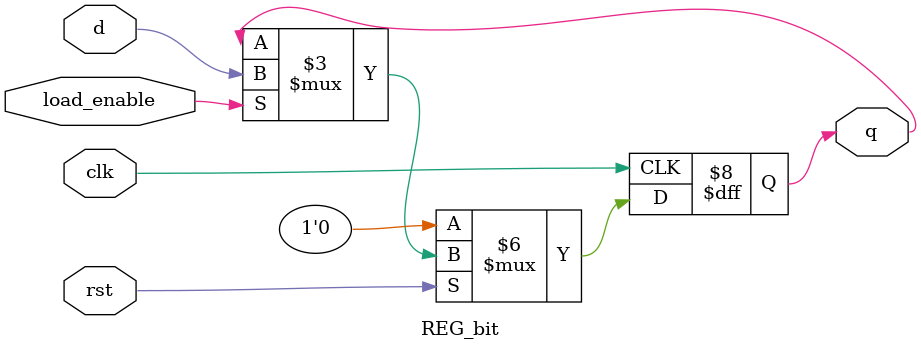
<source format=v>
`timescale 1ns / 1ps
module REG_bit( // classic D-FF implementation, if we is 1 we write to the FF.
    input clk,
    input rst,
    input load_enable,
    input d,
    output reg q
  );
 // reg temp_q;
  always @(negedge clk) begin
    if(rst == 0) begin
      q <= 0;
    end
    else if (load_enable) begin
      q <= d;
    end
  end
 endmodule

</source>
